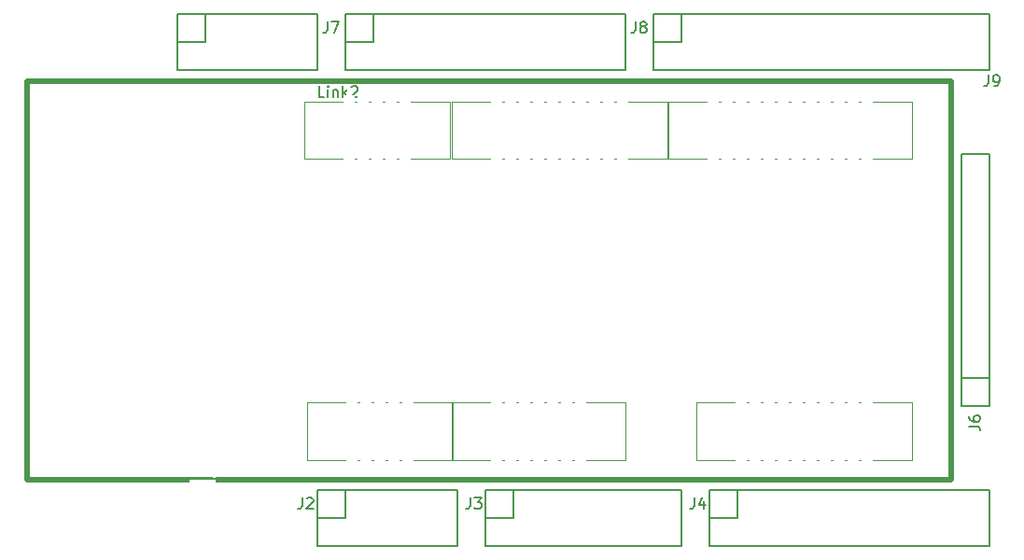
<source format=gto>
G04 #@! TF.FileFunction,Legend,Top*
%FSLAX46Y46*%
G04 Gerber Fmt 4.6, Leading zero omitted, Abs format (unit mm)*
G04 Created by KiCad (PCBNEW (after 2015-mar-04 BZR unknown)-product) date 2015年07月10日金曜日 08:04:20*
%MOMM*%
G01*
G04 APERTURE LIST*
%ADD10C,0.100000*%
%ADD11C,0.508000*%
%ADD12C,0.050000*%
%ADD13C,0.150000*%
%ADD14R,1.050000X2.550000*%
%ADD15C,3.250000*%
%ADD16C,1.924000*%
%ADD17R,1.924000X1.924000*%
%ADD18R,2.127200X2.127200*%
%ADD19O,2.127200X2.127200*%
%ADD20R,2.432000X2.127200*%
%ADD21O,2.432000X2.127200*%
G04 APERTURE END LIST*
D10*
D11*
X-13334600Y42926000D02*
X-13334600Y37211000D01*
X43815400Y6731000D02*
X-13334600Y6731000D01*
X-13334600Y6731000D02*
X-13334600Y37211000D01*
X55245400Y6731000D02*
X70485400Y6731000D01*
X70485400Y6731000D02*
X70485400Y9271000D01*
X36195400Y42926000D02*
X70485400Y42926000D01*
X70485400Y42926000D02*
X70485400Y25146000D01*
X-1269600Y42926000D02*
X36195400Y42926000D01*
X-9524600Y42926000D02*
X-13334600Y42926000D01*
X70485400Y9271000D02*
X70485400Y25146000D01*
X43815400Y6731000D02*
X55245400Y6731000D01*
X-9524600Y42926000D02*
X-1269600Y42926000D01*
D12*
X47375400Y11176000D02*
X47375400Y13776000D01*
X47375400Y8576000D02*
X47375400Y11176000D01*
X47371400Y13779500D02*
X63119400Y13779500D01*
X63119400Y8572500D02*
X47371400Y8572500D01*
X66925400Y13776000D02*
X66925400Y8576000D01*
X63119400Y13779500D02*
X66929400Y13779500D01*
X63119400Y8572500D02*
X66929400Y8572500D01*
X66925400Y13776000D02*
X66925400Y8576000D01*
X63119400Y35877500D02*
X66929400Y35877500D01*
X63119400Y41084500D02*
X66929400Y41084500D01*
X66925400Y41081000D02*
X66925400Y35881000D01*
X44700400Y41081000D02*
X44700400Y35881000D01*
X44835400Y38481000D02*
X44835400Y41081000D01*
X44835400Y35881000D02*
X44835400Y38481000D01*
X44831400Y41084500D02*
X60579400Y41084500D01*
X60579400Y35877500D02*
X44831400Y35877500D01*
X60579400Y41084500D02*
X64389400Y41084500D01*
X60579400Y35877500D02*
X64389400Y35877500D01*
X40894400Y35877500D02*
X44704400Y35877500D01*
X40894400Y41084500D02*
X44704400Y41084500D01*
X44700400Y41081000D02*
X44700400Y35881000D01*
X25150400Y11176000D02*
X25150400Y13776000D01*
X25150400Y8576000D02*
X25150400Y11176000D01*
X40890400Y13776000D02*
X40890400Y8576000D01*
X25146400Y13779500D02*
X40894400Y13779500D01*
X40894400Y8572500D02*
X25146400Y8572500D01*
X40894400Y35877500D02*
X25146400Y35877500D01*
X25146400Y41084500D02*
X40894400Y41084500D01*
X25150400Y35881000D02*
X25150400Y38481000D01*
X25150400Y38481000D02*
X25150400Y41081000D01*
X12069400Y8576000D02*
X12069400Y11176000D01*
X25269400Y8576000D02*
X12069400Y8576000D01*
X25269400Y13776000D02*
X25269400Y8576000D01*
X12069400Y13776000D02*
X25269400Y13776000D01*
X12069400Y11176000D02*
X12069400Y13776000D01*
X11815400Y38481000D02*
X11815400Y41081000D01*
X11815400Y41081000D02*
X25015400Y41081000D01*
X25015400Y41081000D02*
X25015400Y35881000D01*
X25015400Y35881000D02*
X11815400Y35881000D01*
X11815400Y35881000D02*
X11815400Y38481000D01*
D13*
X12954400Y762200D02*
X25654400Y762200D01*
X25654400Y762200D02*
X25654400Y5842200D01*
X25654400Y5842200D02*
X15494400Y5842200D01*
X12954400Y762200D02*
X12954400Y3302200D01*
X12954400Y5842200D02*
X15494400Y5842200D01*
X12954400Y3302200D02*
X15494400Y3302200D01*
X15494400Y3302200D02*
X15494400Y5842200D01*
X12954400Y5842200D02*
X12954400Y3302200D01*
X45974400Y762200D02*
X28194400Y762200D01*
X30734400Y5842200D02*
X45974400Y5842200D01*
X45974400Y762200D02*
X45974400Y5842200D01*
X28194400Y762200D02*
X28194400Y3302200D01*
X28194400Y5842200D02*
X30734400Y5842200D01*
X28194400Y3302200D02*
X30734400Y3302200D01*
X30734400Y3302200D02*
X30734400Y5842200D01*
X28194400Y5842200D02*
X28194400Y3302200D01*
X73914400Y762200D02*
X48514400Y762200D01*
X51054400Y5842200D02*
X73914400Y5842200D01*
X73914400Y762200D02*
X73914400Y5842200D01*
X48514400Y762200D02*
X48514400Y3302200D01*
X48514400Y5842200D02*
X51054400Y5842200D01*
X48514400Y3302200D02*
X51054400Y3302200D01*
X51054400Y3302200D02*
X51054400Y5842200D01*
X48514400Y5842200D02*
X48514400Y3302200D01*
X254400Y43942000D02*
X12954400Y43942000D01*
X12954400Y43942000D02*
X12954400Y49022000D01*
X12954400Y49022000D02*
X2794400Y49022000D01*
X254400Y43942000D02*
X254400Y46482000D01*
X254400Y49022000D02*
X2794400Y49022000D01*
X254400Y46482000D02*
X2794400Y46482000D01*
X2794400Y46482000D02*
X2794400Y49022000D01*
X254400Y49022000D02*
X254400Y46482000D01*
X40894400Y43942000D02*
X15494400Y43942000D01*
X18034400Y49022000D02*
X40894400Y49022000D01*
X40894400Y43942000D02*
X40894400Y49022000D01*
X15494400Y43942000D02*
X15494400Y46482000D01*
X15494400Y49022000D02*
X18034400Y49022000D01*
X15494400Y46482000D02*
X18034400Y46482000D01*
X18034400Y46482000D02*
X18034400Y49022000D01*
X15494400Y49022000D02*
X15494400Y46482000D01*
X73914400Y43942000D02*
X43434400Y43942000D01*
X45974400Y49022000D02*
X73914400Y49022000D01*
X73914400Y43942000D02*
X73914400Y49022000D01*
X43434400Y43942000D02*
X43434400Y46482000D01*
X43434400Y49022000D02*
X45974400Y49022000D01*
X43434400Y46482000D02*
X45974400Y46482000D01*
X45974400Y46482000D02*
X45974400Y49022000D01*
X43434400Y49022000D02*
X43434400Y46482000D01*
X73914400Y16002000D02*
X73914400Y36322000D01*
X73914400Y36322000D02*
X71374400Y36322000D01*
X71374400Y36322000D02*
X71374400Y16002000D01*
X73914400Y13462000D02*
X73914400Y16002000D01*
X73914400Y16002000D02*
X71374400Y16002000D01*
X73914400Y13462000D02*
X71374400Y13462000D01*
X71374400Y13462000D02*
X71374400Y16002000D01*
X13597496Y41457619D02*
X13121305Y41457619D01*
X13121305Y42457619D01*
X13930829Y41457619D02*
X13930829Y42124286D01*
X13930829Y42457619D02*
X13883210Y42410000D01*
X13930829Y42362381D01*
X13978448Y42410000D01*
X13930829Y42457619D01*
X13930829Y42362381D01*
X14407019Y42124286D02*
X14407019Y41457619D01*
X14407019Y42029048D02*
X14454638Y42076667D01*
X14549876Y42124286D01*
X14692734Y42124286D01*
X14787972Y42076667D01*
X14835591Y41981429D01*
X14835591Y41457619D01*
X15311781Y41457619D02*
X15311781Y42457619D01*
X15407019Y41838571D02*
X15692734Y41457619D01*
X15692734Y42124286D02*
X15311781Y41743333D01*
X16073686Y42362381D02*
X16121305Y42410000D01*
X16216543Y42457619D01*
X16454639Y42457619D01*
X16549877Y42410000D01*
X16597496Y42362381D01*
X16645115Y42267143D01*
X16645115Y42171905D01*
X16597496Y42029048D01*
X16026067Y41457619D01*
X16645115Y41457619D01*
X13890667Y48299619D02*
X13890667Y47585333D01*
X13843047Y47442476D01*
X13747809Y47347238D01*
X13604952Y47299619D01*
X13509714Y47299619D01*
X14271619Y48299619D02*
X14938286Y48299619D01*
X14509714Y47299619D01*
X47164667Y5119619D02*
X47164667Y4405333D01*
X47117047Y4262476D01*
X47021809Y4167238D01*
X46878952Y4119619D01*
X46783714Y4119619D01*
X48069429Y4786286D02*
X48069429Y4119619D01*
X47831333Y5167238D02*
X47593238Y4452952D01*
X48212286Y4452952D01*
X73834667Y43473619D02*
X73834667Y42759333D01*
X73787047Y42616476D01*
X73691809Y42521238D01*
X73548952Y42473619D01*
X73453714Y42473619D01*
X74358476Y42473619D02*
X74548952Y42473619D01*
X74644191Y42521238D01*
X74691810Y42568857D01*
X74787048Y42711714D01*
X74834667Y42902190D01*
X74834667Y43283143D01*
X74787048Y43378381D01*
X74739429Y43426000D01*
X74644191Y43473619D01*
X74453714Y43473619D01*
X74358476Y43426000D01*
X74310857Y43378381D01*
X74263238Y43283143D01*
X74263238Y43045048D01*
X74310857Y42949810D01*
X74358476Y42902190D01*
X74453714Y42854571D01*
X74644191Y42854571D01*
X74739429Y42902190D01*
X74787048Y42949810D01*
X74834667Y43045048D01*
X26844667Y5119619D02*
X26844667Y4405333D01*
X26797047Y4262476D01*
X26701809Y4167238D01*
X26558952Y4119619D01*
X26463714Y4119619D01*
X27225619Y5119619D02*
X27844667Y5119619D01*
X27511333Y4738667D01*
X27654191Y4738667D01*
X27749429Y4691048D01*
X27797048Y4643429D01*
X27844667Y4548190D01*
X27844667Y4310095D01*
X27797048Y4214857D01*
X27749429Y4167238D01*
X27654191Y4119619D01*
X27368476Y4119619D01*
X27273238Y4167238D01*
X27225619Y4214857D01*
X41830667Y48299619D02*
X41830667Y47585333D01*
X41783047Y47442476D01*
X41687809Y47347238D01*
X41544952Y47299619D01*
X41449714Y47299619D01*
X42449714Y47871048D02*
X42354476Y47918667D01*
X42306857Y47966286D01*
X42259238Y48061524D01*
X42259238Y48109143D01*
X42306857Y48204381D01*
X42354476Y48252000D01*
X42449714Y48299619D01*
X42640191Y48299619D01*
X42735429Y48252000D01*
X42783048Y48204381D01*
X42830667Y48109143D01*
X42830667Y48061524D01*
X42783048Y47966286D01*
X42735429Y47918667D01*
X42640191Y47871048D01*
X42449714Y47871048D01*
X42354476Y47823429D01*
X42306857Y47775810D01*
X42259238Y47680571D01*
X42259238Y47490095D01*
X42306857Y47394857D01*
X42354476Y47347238D01*
X42449714Y47299619D01*
X42640191Y47299619D01*
X42735429Y47347238D01*
X42783048Y47394857D01*
X42830667Y47490095D01*
X42830667Y47680571D01*
X42783048Y47775810D01*
X42735429Y47823429D01*
X42640191Y47871048D01*
X11604667Y5119619D02*
X11604667Y4405333D01*
X11557047Y4262476D01*
X11461809Y4167238D01*
X11318952Y4119619D01*
X11223714Y4119619D01*
X12033238Y5024381D02*
X12080857Y5072000D01*
X12176095Y5119619D01*
X12414191Y5119619D01*
X12509429Y5072000D01*
X12557048Y5024381D01*
X12604667Y4929143D01*
X12604667Y4833905D01*
X12557048Y4691048D01*
X11985619Y4119619D01*
X12604667Y4119619D01*
X72096381Y11604667D02*
X72810667Y11604667D01*
X72953524Y11557047D01*
X73048762Y11461809D01*
X73096381Y11318952D01*
X73096381Y11223714D01*
X72096381Y12509429D02*
X72096381Y12318952D01*
X72144000Y12223714D01*
X72191619Y12176095D01*
X72334476Y12080857D01*
X72524952Y12033238D01*
X72905905Y12033238D01*
X73001143Y12080857D01*
X73048762Y12128476D01*
X73096381Y12223714D01*
X73096381Y12414191D01*
X73048762Y12509429D01*
X73001143Y12557048D01*
X72905905Y12604667D01*
X72667810Y12604667D01*
X72572571Y12557048D01*
X72524952Y12509429D01*
X72477333Y12414191D01*
X72477333Y12223714D01*
X72524952Y12128476D01*
X72572571Y12080857D01*
X72667810Y12033238D01*
%LPC*%
D10*
G36*
X3073400Y18859014D02*
X3133725Y18851920D01*
X3261383Y18825891D01*
X3376221Y18780128D01*
X3476335Y18716044D01*
X3559823Y18635049D01*
X3624780Y18538557D01*
X3658054Y18462969D01*
X3674260Y18400509D01*
X3685745Y18321773D01*
X3692313Y18234042D01*
X3693768Y18144599D01*
X3689915Y18060722D01*
X3680558Y17989694D01*
X3671733Y17954776D01*
X3624118Y17849076D01*
X3554869Y17750622D01*
X3467393Y17662414D01*
X3365098Y17587455D01*
X3251392Y17528748D01*
X3148517Y17493918D01*
X3075703Y17480922D01*
X2987410Y17474169D01*
X2892785Y17473670D01*
X2800972Y17479437D01*
X2721118Y17491483D01*
X2712888Y17493324D01*
X2587672Y17534707D01*
X2475027Y17596350D01*
X2377132Y17676077D01*
X2296170Y17771706D01*
X2234320Y17881061D01*
X2193762Y18001960D01*
X2190888Y18014950D01*
X2175639Y18135942D01*
X2178366Y18261369D01*
X2198232Y18383693D01*
X2234395Y18495373D01*
X2247602Y18524271D01*
X2303674Y18610606D01*
X2379618Y18685814D01*
X2471170Y18746675D01*
X2574066Y18789971D01*
X2614125Y18800887D01*
X2692400Y18819147D01*
X2692400Y18670210D01*
X2692400Y18521273D01*
X2623356Y18492656D01*
X2561008Y18457652D01*
X2505131Y18409552D01*
X2462042Y18354795D01*
X2439434Y18305204D01*
X2429472Y18246986D01*
X2426917Y18178803D01*
X2431570Y18111989D01*
X2443232Y18057877D01*
X2443819Y18056199D01*
X2484921Y17977481D01*
X2546451Y17909130D01*
X2625039Y17852643D01*
X2717311Y17809515D01*
X2819895Y17781243D01*
X2929421Y17769323D01*
X3042516Y17775252D01*
X3068060Y17779191D01*
X3181442Y17808548D01*
X3275651Y17854161D01*
X3351399Y17916486D01*
X3409400Y17995977D01*
X3410317Y17997624D01*
X3429423Y18035023D01*
X3440751Y18067931D01*
X3446256Y18105504D01*
X3447892Y18156897D01*
X3447925Y18173700D01*
X3439689Y18273593D01*
X3414500Y18356850D01*
X3371263Y18426672D01*
X3355294Y18444759D01*
X3302933Y18486871D01*
X3236010Y18522248D01*
X3165314Y18545672D01*
X3135910Y18550834D01*
X3073400Y18558237D01*
X3073400Y18708626D01*
X3073400Y18859014D01*
X3073400Y18859014D01*
X3073400Y18859014D01*
G37*
X3073400Y18859014D02*
X3133725Y18851920D01*
X3261383Y18825891D01*
X3376221Y18780128D01*
X3476335Y18716044D01*
X3559823Y18635049D01*
X3624780Y18538557D01*
X3658054Y18462969D01*
X3674260Y18400509D01*
X3685745Y18321773D01*
X3692313Y18234042D01*
X3693768Y18144599D01*
X3689915Y18060722D01*
X3680558Y17989694D01*
X3671733Y17954776D01*
X3624118Y17849076D01*
X3554869Y17750622D01*
X3467393Y17662414D01*
X3365098Y17587455D01*
X3251392Y17528748D01*
X3148517Y17493918D01*
X3075703Y17480922D01*
X2987410Y17474169D01*
X2892785Y17473670D01*
X2800972Y17479437D01*
X2721118Y17491483D01*
X2712888Y17493324D01*
X2587672Y17534707D01*
X2475027Y17596350D01*
X2377132Y17676077D01*
X2296170Y17771706D01*
X2234320Y17881061D01*
X2193762Y18001960D01*
X2190888Y18014950D01*
X2175639Y18135942D01*
X2178366Y18261369D01*
X2198232Y18383693D01*
X2234395Y18495373D01*
X2247602Y18524271D01*
X2303674Y18610606D01*
X2379618Y18685814D01*
X2471170Y18746675D01*
X2574066Y18789971D01*
X2614125Y18800887D01*
X2692400Y18819147D01*
X2692400Y18670210D01*
X2692400Y18521273D01*
X2623356Y18492656D01*
X2561008Y18457652D01*
X2505131Y18409552D01*
X2462042Y18354795D01*
X2439434Y18305204D01*
X2429472Y18246986D01*
X2426917Y18178803D01*
X2431570Y18111989D01*
X2443232Y18057877D01*
X2443819Y18056199D01*
X2484921Y17977481D01*
X2546451Y17909130D01*
X2625039Y17852643D01*
X2717311Y17809515D01*
X2819895Y17781243D01*
X2929421Y17769323D01*
X3042516Y17775252D01*
X3068060Y17779191D01*
X3181442Y17808548D01*
X3275651Y17854161D01*
X3351399Y17916486D01*
X3409400Y17995977D01*
X3410317Y17997624D01*
X3429423Y18035023D01*
X3440751Y18067931D01*
X3446256Y18105504D01*
X3447892Y18156897D01*
X3447925Y18173700D01*
X3439689Y18273593D01*
X3414500Y18356850D01*
X3371263Y18426672D01*
X3355294Y18444759D01*
X3302933Y18486871D01*
X3236010Y18522248D01*
X3165314Y18545672D01*
X3135910Y18550834D01*
X3073400Y18558237D01*
X3073400Y18708626D01*
X3073400Y18859014D01*
X3073400Y18859014D01*
G36*
X3155294Y17170400D02*
X3169208Y17166832D01*
X3201250Y17157336D01*
X3245353Y17143727D01*
X3261065Y17138785D01*
X3380117Y17090007D01*
X3479913Y17024796D01*
X3560901Y16942750D01*
X3623528Y16843462D01*
X3646676Y16790913D01*
X3661291Y16737229D01*
X3672046Y16665649D01*
X3678688Y16583422D01*
X3680967Y16497794D01*
X3678631Y16416013D01*
X3671428Y16345326D01*
X3663486Y16306800D01*
X3629143Y16207725D01*
X3582497Y16121624D01*
X3518587Y16040096D01*
X3485388Y16005182D01*
X3399140Y15929324D01*
X3308286Y15872235D01*
X3208695Y15832376D01*
X3096234Y15808213D01*
X2966771Y15798208D01*
X2927350Y15797735D01*
X2825633Y15800519D01*
X2740464Y15810064D01*
X2663478Y15828156D01*
X2586315Y15856583D01*
X2529266Y15882832D01*
X2423119Y15947866D01*
X2334193Y16029115D01*
X2263025Y16123635D01*
X2210156Y16228486D01*
X2176125Y16340726D01*
X2161471Y16457414D01*
X2166733Y16575607D01*
X2192450Y16692366D01*
X2239163Y16804748D01*
X2307409Y16909811D01*
X2334980Y16942635D01*
X2415466Y17014767D01*
X2515328Y17073984D01*
X2609850Y17111563D01*
X2646112Y17120510D01*
X2699707Y17130495D01*
X2762666Y17140356D01*
X2827016Y17148926D01*
X2884789Y17155043D01*
X2924175Y17157479D01*
X2926201Y17145264D01*
X2928080Y17110268D01*
X2929765Y17055108D01*
X2931210Y16982405D01*
X2932367Y16894776D01*
X2932800Y16842218D01*
X2705100Y16842218D01*
X2663825Y16833309D01*
X2589740Y16806135D01*
X2521112Y16760462D01*
X2463763Y16701584D01*
X2423516Y16634793D01*
X2413019Y16605320D01*
X2403009Y16543771D01*
X2402194Y16471916D01*
X2409811Y16399701D01*
X2425099Y16337073D01*
X2435472Y16312283D01*
X2474286Y16255905D01*
X2529463Y16200787D01*
X2592813Y16154681D01*
X2615121Y16142250D01*
X2640739Y16128955D01*
X2660981Y16119741D01*
X2676479Y16116970D01*
X2687863Y16123005D01*
X2695764Y16140208D01*
X2700812Y16170941D01*
X2703640Y16217568D01*
X2704876Y16282450D01*
X2705152Y16367949D01*
X2705100Y16476429D01*
X2705100Y16479259D01*
X2705100Y16842218D01*
X2932800Y16842218D01*
X2933191Y16794839D01*
X2933635Y16685215D01*
X2933700Y16622836D01*
X2933700Y16087973D01*
X3006725Y16096473D01*
X3125995Y16118900D01*
X3225544Y16155986D01*
X3304855Y16207478D01*
X3361787Y16270692D01*
X3396597Y16327246D01*
X3418683Y16378445D01*
X3430634Y16433390D01*
X3435040Y16501182D01*
X3435279Y16529050D01*
X3434080Y16589476D01*
X3429546Y16633157D01*
X3420137Y16668681D01*
X3404313Y16704641D01*
X3403529Y16706201D01*
X3355229Y16776573D01*
X3291526Y16826771D01*
X3215897Y16855862D01*
X3149600Y16871610D01*
X3149600Y17021005D01*
X3150052Y17079212D01*
X3151284Y17126818D01*
X3153106Y17158865D01*
X3155294Y17170400D01*
X3155294Y17170400D01*
X3155294Y17170400D01*
G37*
X3155294Y17170400D02*
X3169208Y17166832D01*
X3201250Y17157336D01*
X3245353Y17143727D01*
X3261065Y17138785D01*
X3380117Y17090007D01*
X3479913Y17024796D01*
X3560901Y16942750D01*
X3623528Y16843462D01*
X3646676Y16790913D01*
X3661291Y16737229D01*
X3672046Y16665649D01*
X3678688Y16583422D01*
X3680967Y16497794D01*
X3678631Y16416013D01*
X3671428Y16345326D01*
X3663486Y16306800D01*
X3629143Y16207725D01*
X3582497Y16121624D01*
X3518587Y16040096D01*
X3485388Y16005182D01*
X3399140Y15929324D01*
X3308286Y15872235D01*
X3208695Y15832376D01*
X3096234Y15808213D01*
X2966771Y15798208D01*
X2927350Y15797735D01*
X2825633Y15800519D01*
X2740464Y15810064D01*
X2663478Y15828156D01*
X2586315Y15856583D01*
X2529266Y15882832D01*
X2423119Y15947866D01*
X2334193Y16029115D01*
X2263025Y16123635D01*
X2210156Y16228486D01*
X2176125Y16340726D01*
X2161471Y16457414D01*
X2166733Y16575607D01*
X2192450Y16692366D01*
X2239163Y16804748D01*
X2307409Y16909811D01*
X2334980Y16942635D01*
X2415466Y17014767D01*
X2515328Y17073984D01*
X2609850Y17111563D01*
X2646112Y17120510D01*
X2699707Y17130495D01*
X2762666Y17140356D01*
X2827016Y17148926D01*
X2884789Y17155043D01*
X2924175Y17157479D01*
X2926201Y17145264D01*
X2928080Y17110268D01*
X2929765Y17055108D01*
X2931210Y16982405D01*
X2932367Y16894776D01*
X2932800Y16842218D01*
X2705100Y16842218D01*
X2663825Y16833309D01*
X2589740Y16806135D01*
X2521112Y16760462D01*
X2463763Y16701584D01*
X2423516Y16634793D01*
X2413019Y16605320D01*
X2403009Y16543771D01*
X2402194Y16471916D01*
X2409811Y16399701D01*
X2425099Y16337073D01*
X2435472Y16312283D01*
X2474286Y16255905D01*
X2529463Y16200787D01*
X2592813Y16154681D01*
X2615121Y16142250D01*
X2640739Y16128955D01*
X2660981Y16119741D01*
X2676479Y16116970D01*
X2687863Y16123005D01*
X2695764Y16140208D01*
X2700812Y16170941D01*
X2703640Y16217568D01*
X2704876Y16282450D01*
X2705152Y16367949D01*
X2705100Y16476429D01*
X2705100Y16479259D01*
X2705100Y16842218D01*
X2932800Y16842218D01*
X2933191Y16794839D01*
X2933635Y16685215D01*
X2933700Y16622836D01*
X2933700Y16087973D01*
X3006725Y16096473D01*
X3125995Y16118900D01*
X3225544Y16155986D01*
X3304855Y16207478D01*
X3361787Y16270692D01*
X3396597Y16327246D01*
X3418683Y16378445D01*
X3430634Y16433390D01*
X3435040Y16501182D01*
X3435279Y16529050D01*
X3434080Y16589476D01*
X3429546Y16633157D01*
X3420137Y16668681D01*
X3404313Y16704641D01*
X3403529Y16706201D01*
X3355229Y16776573D01*
X3291526Y16826771D01*
X3215897Y16855862D01*
X3149600Y16871610D01*
X3149600Y17021005D01*
X3150052Y17079212D01*
X3151284Y17126818D01*
X3153106Y17158865D01*
X3155294Y17170400D01*
X3155294Y17170400D01*
G36*
X3657600Y6743700D02*
X3657600Y6584950D01*
X3657600Y6426200D01*
X3136900Y6426200D01*
X2616200Y6426200D01*
X2616200Y5899150D01*
X2616200Y5372100D01*
X3136900Y5372100D01*
X3657600Y5372100D01*
X3657600Y5213350D01*
X3657600Y5054600D01*
X2540000Y5054600D01*
X1422400Y5054600D01*
X1422400Y5213350D01*
X1422400Y5372100D01*
X1892300Y5372100D01*
X2362200Y5372100D01*
X2362200Y5899150D01*
X2362200Y6426200D01*
X1892300Y6426200D01*
X1422400Y6426200D01*
X1422400Y6584950D01*
X1422400Y6743700D01*
X2540000Y6743700D01*
X3657600Y6743700D01*
X3657600Y6743700D01*
X3657600Y6743700D01*
G37*
X3657600Y6743700D02*
X3657600Y6584950D01*
X3657600Y6426200D01*
X3136900Y6426200D01*
X2616200Y6426200D01*
X2616200Y5899150D01*
X2616200Y5372100D01*
X3136900Y5372100D01*
X3657600Y5372100D01*
X3657600Y5213350D01*
X3657600Y5054600D01*
X2540000Y5054600D01*
X1422400Y5054600D01*
X1422400Y5213350D01*
X1422400Y5372100D01*
X1892300Y5372100D01*
X2362200Y5372100D01*
X2362200Y5899150D01*
X2362200Y6426200D01*
X1892300Y6426200D01*
X1422400Y6426200D01*
X1422400Y6584950D01*
X1422400Y6743700D01*
X2540000Y6743700D01*
X3657600Y6743700D01*
X3657600Y6743700D01*
G36*
X3648075Y9055416D02*
X3651631Y9043387D01*
X3654540Y9010734D01*
X3656531Y8962231D01*
X3657330Y8902651D01*
X3657331Y8893175D01*
X3657062Y8731250D01*
X3323956Y8597099D01*
X2990850Y8462948D01*
X2990850Y8356600D01*
X2711042Y8356600D01*
X2697411Y8352304D01*
X2663654Y8340233D01*
X2612992Y8321611D01*
X2548646Y8297661D01*
X2473839Y8269607D01*
X2391790Y8238673D01*
X2305722Y8206082D01*
X2218855Y8173058D01*
X2134410Y8140825D01*
X2055610Y8110607D01*
X1985675Y8083626D01*
X1927826Y8061108D01*
X1885285Y8044276D01*
X1861273Y8034353D01*
X1857110Y8032198D01*
X1869334Y8027133D01*
X1902080Y8014386D01*
X1952089Y7995186D01*
X2016099Y7970766D01*
X2090849Y7942356D01*
X2173079Y7911189D01*
X2259527Y7878495D01*
X2346932Y7845506D01*
X2432033Y7813454D01*
X2511569Y7783568D01*
X2582279Y7757082D01*
X2640903Y7735225D01*
X2684178Y7719230D01*
X2708845Y7710328D01*
X2713329Y7708900D01*
X2714539Y7721038D01*
X2715626Y7755210D01*
X2716541Y7808047D01*
X2717239Y7876183D01*
X2717673Y7956251D01*
X2717800Y8032750D01*
X2717546Y8120439D01*
X2716833Y8199117D01*
X2715731Y8265417D01*
X2714309Y8315971D01*
X2712638Y8347412D01*
X2711042Y8356600D01*
X2990850Y8356600D01*
X2990850Y8033878D01*
X2990850Y7604808D01*
X3324225Y7469931D01*
X3657600Y7335054D01*
X3657600Y7171795D01*
X3657096Y7102805D01*
X3655343Y7055821D01*
X3651977Y7027467D01*
X3646636Y7014366D01*
X3640491Y7012643D01*
X3626445Y7017794D01*
X3590433Y7031609D01*
X3534117Y7053437D01*
X3459160Y7082627D01*
X3367227Y7118529D01*
X3259981Y7160490D01*
X3139084Y7207861D01*
X3006201Y7259990D01*
X2862994Y7316227D01*
X2711127Y7375920D01*
X2552263Y7438419D01*
X2510395Y7454900D01*
X1397408Y7893050D01*
X1397204Y8032951D01*
X1397000Y8172852D01*
X2517774Y8614292D01*
X2678529Y8677567D01*
X2832582Y8738122D01*
X2978292Y8795317D01*
X3114016Y8848510D01*
X3238112Y8897061D01*
X3348938Y8940330D01*
X3444853Y8977674D01*
X3524213Y9008454D01*
X3585376Y9032028D01*
X3626702Y9047755D01*
X3646546Y9054995D01*
X3648075Y9055416D01*
X3648075Y9055416D01*
X3648075Y9055416D01*
G37*
X3648075Y9055416D02*
X3651631Y9043387D01*
X3654540Y9010734D01*
X3656531Y8962231D01*
X3657330Y8902651D01*
X3657331Y8893175D01*
X3657062Y8731250D01*
X3323956Y8597099D01*
X2990850Y8462948D01*
X2990850Y8356600D01*
X2711042Y8356600D01*
X2697411Y8352304D01*
X2663654Y8340233D01*
X2612992Y8321611D01*
X2548646Y8297661D01*
X2473839Y8269607D01*
X2391790Y8238673D01*
X2305722Y8206082D01*
X2218855Y8173058D01*
X2134410Y8140825D01*
X2055610Y8110607D01*
X1985675Y8083626D01*
X1927826Y8061108D01*
X1885285Y8044276D01*
X1861273Y8034353D01*
X1857110Y8032198D01*
X1869334Y8027133D01*
X1902080Y8014386D01*
X1952089Y7995186D01*
X2016099Y7970766D01*
X2090849Y7942356D01*
X2173079Y7911189D01*
X2259527Y7878495D01*
X2346932Y7845506D01*
X2432033Y7813454D01*
X2511569Y7783568D01*
X2582279Y7757082D01*
X2640903Y7735225D01*
X2684178Y7719230D01*
X2708845Y7710328D01*
X2713329Y7708900D01*
X2714539Y7721038D01*
X2715626Y7755210D01*
X2716541Y7808047D01*
X2717239Y7876183D01*
X2717673Y7956251D01*
X2717800Y8032750D01*
X2717546Y8120439D01*
X2716833Y8199117D01*
X2715731Y8265417D01*
X2714309Y8315971D01*
X2712638Y8347412D01*
X2711042Y8356600D01*
X2990850Y8356600D01*
X2990850Y8033878D01*
X2990850Y7604808D01*
X3324225Y7469931D01*
X3657600Y7335054D01*
X3657600Y7171795D01*
X3657096Y7102805D01*
X3655343Y7055821D01*
X3651977Y7027467D01*
X3646636Y7014366D01*
X3640491Y7012643D01*
X3626445Y7017794D01*
X3590433Y7031609D01*
X3534117Y7053437D01*
X3459160Y7082627D01*
X3367227Y7118529D01*
X3259981Y7160490D01*
X3139084Y7207861D01*
X3006201Y7259990D01*
X2862994Y7316227D01*
X2711127Y7375920D01*
X2552263Y7438419D01*
X2510395Y7454900D01*
X1397408Y7893050D01*
X1397204Y8032951D01*
X1397000Y8172852D01*
X2517774Y8614292D01*
X2678529Y8677567D01*
X2832582Y8738122D01*
X2978292Y8795317D01*
X3114016Y8848510D01*
X3238112Y8897061D01*
X3348938Y8940330D01*
X3444853Y8977674D01*
X3524213Y9008454D01*
X3585376Y9032028D01*
X3626702Y9047755D01*
X3646546Y9054995D01*
X3648075Y9055416D01*
X3648075Y9055416D01*
G36*
X2123539Y11010679D02*
X2263915Y11000910D01*
X2389255Y10972534D01*
X2498624Y10926017D01*
X2591090Y10861826D01*
X2665718Y10780429D01*
X2703022Y10720775D01*
X2722605Y10682747D01*
X2726696Y10673686D01*
X2134627Y10673686D01*
X2101850Y10673589D01*
X2027035Y10672161D01*
X1972258Y10668342D01*
X1932220Y10661532D01*
X1901621Y10651130D01*
X1900967Y10650835D01*
X1836081Y10610622D01*
X1775359Y10553846D01*
X1727220Y10488984D01*
X1712763Y10461333D01*
X1704298Y10441784D01*
X1697555Y10422661D01*
X1692302Y10400849D01*
X1688309Y10373234D01*
X1685342Y10336702D01*
X1683170Y10288137D01*
X1681561Y10224427D01*
X1680284Y10142456D01*
X1679106Y10039110D01*
X1678747Y10004425D01*
X1674745Y9613900D01*
X2101839Y9613900D01*
X2528933Y9613900D01*
X2524569Y10010775D01*
X2523170Y10124335D01*
X2521624Y10215402D01*
X2519758Y10286882D01*
X2517399Y10341681D01*
X2514373Y10382706D01*
X2510507Y10412863D01*
X2505628Y10435059D01*
X2499563Y10452200D01*
X2498064Y10455557D01*
X2455853Y10522973D01*
X2396599Y10585568D01*
X2328410Y10634989D01*
X2318555Y10640411D01*
X2289125Y10654962D01*
X2262304Y10664603D01*
X2231806Y10670295D01*
X2191343Y10673002D01*
X2134627Y10673686D01*
X2726696Y10673686D01*
X2738630Y10647257D01*
X2751450Y10611292D01*
X2761422Y10571838D01*
X2768899Y10525879D01*
X2774237Y10470402D01*
X2777790Y10402394D01*
X2779913Y10318839D01*
X2780961Y10216723D01*
X2781289Y10093034D01*
X2781300Y10055731D01*
X2781300Y9613900D01*
X3219450Y9613900D01*
X3657600Y9613900D01*
X3657600Y9455150D01*
X3657600Y9296400D01*
X2540000Y9296400D01*
X1422400Y9296400D01*
X1422399Y9884281D01*
X1422533Y10028362D01*
X1422978Y10149328D01*
X1423800Y10249463D01*
X1425063Y10331052D01*
X1426834Y10396378D01*
X1429179Y10447726D01*
X1432162Y10487379D01*
X1435849Y10517622D01*
X1440305Y10540738D01*
X1441344Y10544895D01*
X1483984Y10662208D01*
X1546095Y10763907D01*
X1626521Y10849203D01*
X1724108Y10917309D01*
X1837703Y10967436D01*
X1966151Y10998798D01*
X2108299Y11010605D01*
X2123539Y11010679D01*
X2123539Y11010679D01*
X2123539Y11010679D01*
G37*
X2123539Y11010679D02*
X2263915Y11000910D01*
X2389255Y10972534D01*
X2498624Y10926017D01*
X2591090Y10861826D01*
X2665718Y10780429D01*
X2703022Y10720775D01*
X2722605Y10682747D01*
X2726696Y10673686D01*
X2134627Y10673686D01*
X2101850Y10673589D01*
X2027035Y10672161D01*
X1972258Y10668342D01*
X1932220Y10661532D01*
X1901621Y10651130D01*
X1900967Y10650835D01*
X1836081Y10610622D01*
X1775359Y10553846D01*
X1727220Y10488984D01*
X1712763Y10461333D01*
X1704298Y10441784D01*
X1697555Y10422661D01*
X1692302Y10400849D01*
X1688309Y10373234D01*
X1685342Y10336702D01*
X1683170Y10288137D01*
X1681561Y10224427D01*
X1680284Y10142456D01*
X1679106Y10039110D01*
X1678747Y10004425D01*
X1674745Y9613900D01*
X2101839Y9613900D01*
X2528933Y9613900D01*
X2524569Y10010775D01*
X2523170Y10124335D01*
X2521624Y10215402D01*
X2519758Y10286882D01*
X2517399Y10341681D01*
X2514373Y10382706D01*
X2510507Y10412863D01*
X2505628Y10435059D01*
X2499563Y10452200D01*
X2498064Y10455557D01*
X2455853Y10522973D01*
X2396599Y10585568D01*
X2328410Y10634989D01*
X2318555Y10640411D01*
X2289125Y10654962D01*
X2262304Y10664603D01*
X2231806Y10670295D01*
X2191343Y10673002D01*
X2134627Y10673686D01*
X2726696Y10673686D01*
X2738630Y10647257D01*
X2751450Y10611292D01*
X2761422Y10571838D01*
X2768899Y10525879D01*
X2774237Y10470402D01*
X2777790Y10402394D01*
X2779913Y10318839D01*
X2780961Y10216723D01*
X2781289Y10093034D01*
X2781300Y10055731D01*
X2781300Y9613900D01*
X3219450Y9613900D01*
X3657600Y9613900D01*
X3657600Y9455150D01*
X3657600Y9296400D01*
X2540000Y9296400D01*
X1422400Y9296400D01*
X1422399Y9884281D01*
X1422533Y10028362D01*
X1422978Y10149328D01*
X1423800Y10249463D01*
X1425063Y10331052D01*
X1426834Y10396378D01*
X1429179Y10447726D01*
X1432162Y10487379D01*
X1435849Y10517622D01*
X1440305Y10540738D01*
X1441344Y10544895D01*
X1483984Y10662208D01*
X1546095Y10763907D01*
X1626521Y10849203D01*
X1724108Y10917309D01*
X1837703Y10967436D01*
X1966151Y10998798D01*
X2108299Y11010605D01*
X2123539Y11010679D01*
X2123539Y11010679D01*
G36*
X3657600Y11874500D02*
X3657600Y11576050D01*
X3657600Y11277600D01*
X3511550Y11277600D01*
X3365500Y11277600D01*
X3365500Y11347450D01*
X3365500Y11417300D01*
X2540000Y11417300D01*
X1714500Y11417300D01*
X1714500Y11347450D01*
X1714500Y11277600D01*
X1568450Y11277600D01*
X1422400Y11277600D01*
X1422400Y11576050D01*
X1422400Y11874500D01*
X1568450Y11874500D01*
X1714500Y11874500D01*
X1714500Y11804650D01*
X1714500Y11734800D01*
X2540000Y11734800D01*
X3365500Y11734800D01*
X3365500Y11804650D01*
X3365500Y11874500D01*
X3511550Y11874500D01*
X3657600Y11874500D01*
X3657600Y11874500D01*
X3657600Y11874500D01*
G37*
X3657600Y11874500D02*
X3657600Y11576050D01*
X3657600Y11277600D01*
X3511550Y11277600D01*
X3365500Y11277600D01*
X3365500Y11347450D01*
X3365500Y11417300D01*
X2540000Y11417300D01*
X1714500Y11417300D01*
X1714500Y11347450D01*
X1714500Y11277600D01*
X1568450Y11277600D01*
X1422400Y11277600D01*
X1422400Y11576050D01*
X1422400Y11874500D01*
X1568450Y11874500D01*
X1714500Y11874500D01*
X1714500Y11804650D01*
X1714500Y11734800D01*
X2540000Y11734800D01*
X3365500Y11734800D01*
X3365500Y11804650D01*
X3365500Y11874500D01*
X3511550Y11874500D01*
X3657600Y11874500D01*
X3657600Y11874500D01*
G36*
X1676400Y15557500D02*
X1676400Y15182850D01*
X1676400Y14808200D01*
X2667000Y14808200D01*
X3657600Y14808200D01*
X3657600Y14649450D01*
X3657600Y14490700D01*
X2667000Y14490700D01*
X1676400Y14490700D01*
X1676400Y14122400D01*
X1676400Y13754100D01*
X1549400Y13754100D01*
X1422400Y13754100D01*
X1422400Y14655800D01*
X1422400Y15557500D01*
X1549400Y15557500D01*
X1676400Y15557500D01*
X1676400Y15557500D01*
X1676400Y15557500D01*
G37*
X1676400Y15557500D02*
X1676400Y15182850D01*
X1676400Y14808200D01*
X2667000Y14808200D01*
X3657600Y14808200D01*
X3657600Y14649450D01*
X3657600Y14490700D01*
X2667000Y14490700D01*
X1676400Y14490700D01*
X1676400Y14122400D01*
X1676400Y13754100D01*
X1549400Y13754100D01*
X1422400Y13754100D01*
X1422400Y14655800D01*
X1422400Y15557500D01*
X1549400Y15557500D01*
X1676400Y15557500D01*
X1676400Y15557500D01*
G36*
X3657600Y20472400D02*
X3657600Y20339569D01*
X3657600Y20206738D01*
X3121025Y20203044D01*
X2990080Y20202105D01*
X2882058Y20201172D01*
X2794482Y20200115D01*
X2724875Y20198803D01*
X2670761Y20197103D01*
X2629663Y20194885D01*
X2599104Y20192019D01*
X2576607Y20188372D01*
X2559696Y20183813D01*
X2545894Y20178212D01*
X2533650Y20171938D01*
X2473694Y20130885D01*
X2426619Y20081470D01*
X2401107Y20036598D01*
X2389972Y19983985D01*
X2388633Y19919623D01*
X2396541Y19854960D01*
X2412318Y19803233D01*
X2458190Y19729366D01*
X2526353Y19657829D01*
X2613697Y19591096D01*
X2717115Y19531639D01*
X2800402Y19494479D01*
X2896261Y19456400D01*
X3276930Y19456400D01*
X3657600Y19456400D01*
X3657600Y19316700D01*
X3657600Y19177000D01*
X2540000Y19177000D01*
X1422400Y19177000D01*
X1422400Y19316700D01*
X1422400Y19456400D01*
X1925664Y19456400D01*
X2428929Y19456400D01*
X2340302Y19549701D01*
X2261786Y19643564D01*
X2206842Y19736757D01*
X2174085Y19833332D01*
X2162131Y19937342D01*
X2169257Y20050344D01*
X2194776Y20166807D01*
X2237566Y20266170D01*
X2296979Y20347506D01*
X2372364Y20409886D01*
X2446533Y20446576D01*
X2464004Y20452716D01*
X2482238Y20457799D01*
X2503700Y20461924D01*
X2530856Y20465192D01*
X2566171Y20467701D01*
X2612109Y20469551D01*
X2671136Y20470842D01*
X2745716Y20471673D01*
X2838316Y20472143D01*
X2951400Y20472352D01*
X3086576Y20472400D01*
X3657600Y20472400D01*
X3657600Y20472400D01*
X3657600Y20472400D01*
G37*
X3657600Y20472400D02*
X3657600Y20339569D01*
X3657600Y20206738D01*
X3121025Y20203044D01*
X2990080Y20202105D01*
X2882058Y20201172D01*
X2794482Y20200115D01*
X2724875Y20198803D01*
X2670761Y20197103D01*
X2629663Y20194885D01*
X2599104Y20192019D01*
X2576607Y20188372D01*
X2559696Y20183813D01*
X2545894Y20178212D01*
X2533650Y20171938D01*
X2473694Y20130885D01*
X2426619Y20081470D01*
X2401107Y20036598D01*
X2389972Y19983985D01*
X2388633Y19919623D01*
X2396541Y19854960D01*
X2412318Y19803233D01*
X2458190Y19729366D01*
X2526353Y19657829D01*
X2613697Y19591096D01*
X2717115Y19531639D01*
X2800402Y19494479D01*
X2896261Y19456400D01*
X3276930Y19456400D01*
X3657600Y19456400D01*
X3657600Y19316700D01*
X3657600Y19177000D01*
X2540000Y19177000D01*
X1422400Y19177000D01*
X1422400Y19316700D01*
X1422400Y19456400D01*
X1925664Y19456400D01*
X2428929Y19456400D01*
X2340302Y19549701D01*
X2261786Y19643564D01*
X2206842Y19736757D01*
X2174085Y19833332D01*
X2162131Y19937342D01*
X2169257Y20050344D01*
X2194776Y20166807D01*
X2237566Y20266170D01*
X2296979Y20347506D01*
X2372364Y20409886D01*
X2446533Y20446576D01*
X2464004Y20452716D01*
X2482238Y20457799D01*
X2503700Y20461924D01*
X2530856Y20465192D01*
X2566171Y20467701D01*
X2612109Y20469551D01*
X2671136Y20470842D01*
X2745716Y20471673D01*
X2838316Y20472143D01*
X2951400Y20472352D01*
X3086576Y20472400D01*
X3657600Y20472400D01*
X3657600Y20472400D01*
G36*
X3644900Y4457700D02*
X3644900Y3885921D01*
X3038475Y3885921D01*
X3025995Y3885000D01*
X3017807Y3879009D01*
X3013007Y3863538D01*
X3010692Y3834179D01*
X3010319Y3810000D01*
X2778037Y3810000D01*
X2765609Y3805670D01*
X2734863Y3794031D01*
X2691105Y3777108D01*
X2661550Y3765550D01*
X2610933Y3746286D01*
X2568428Y3731230D01*
X2540091Y3722474D01*
X2532753Y3721100D01*
X2515431Y3716675D01*
X2479720Y3704624D01*
X2430806Y3686778D01*
X2373874Y3664971D01*
X2373015Y3664635D01*
X2228850Y3608170D01*
X2505075Y3607485D01*
X2781300Y3606800D01*
X2781300Y3708400D01*
X2780924Y3755586D01*
X2779926Y3791117D01*
X2778498Y3808982D01*
X2778037Y3810000D01*
X3010319Y3810000D01*
X3009957Y3786524D01*
X3009900Y3746500D01*
X3009900Y3606800D01*
X3160962Y3606800D01*
X3312025Y3606800D01*
X3302173Y3650481D01*
X3288222Y3692113D01*
X3267714Y3733933D01*
X3266203Y3736423D01*
X3240432Y3772722D01*
X3212858Y3804199D01*
X3210717Y3806253D01*
X3175822Y3831846D01*
X3129845Y3856635D01*
X3082620Y3876071D01*
X3043982Y3885604D01*
X3038475Y3885921D01*
X3644900Y3885921D01*
X3644900Y3517900D01*
X3644900Y3429000D01*
X3162300Y3429000D01*
X3009900Y3429000D01*
X2781300Y3429000D01*
X2505075Y3428338D01*
X2228850Y3427676D01*
X2355850Y3377277D01*
X2413393Y3355064D01*
X2466896Y3335511D01*
X2509064Y3321229D01*
X2527300Y3315920D01*
X2559968Y3306322D01*
X2607512Y3290498D01*
X2661127Y3271412D01*
X2676525Y3265700D01*
X2781300Y3226438D01*
X2781300Y3327719D01*
X2781300Y3429000D01*
X3009900Y3429000D01*
X3009900Y3289300D01*
X3010114Y3228288D01*
X3011358Y3188263D01*
X3014537Y3164811D01*
X3020554Y3153517D01*
X3030311Y3149970D01*
X3038475Y3149724D01*
X3080408Y3158254D01*
X3131203Y3180352D01*
X3182169Y3211228D01*
X3224615Y3246092D01*
X3236067Y3258614D01*
X3263775Y3298980D01*
X3289300Y3347360D01*
X3307678Y3393464D01*
X3313697Y3419475D01*
X3302220Y3423149D01*
X3270209Y3426165D01*
X3222531Y3428217D01*
X3164049Y3428999D01*
X3162300Y3429000D01*
X3644900Y3429000D01*
X3644900Y2578100D01*
X3480433Y2578100D01*
X3315967Y2578100D01*
X3312158Y2649722D01*
X3308350Y2721345D01*
X3073400Y2814342D01*
X2838450Y2907340D01*
X2613025Y2907820D01*
X2387600Y2908300D01*
X2387600Y2743200D01*
X2387600Y2578100D01*
X2222718Y2578100D01*
X2057836Y2578100D01*
X2054443Y2897250D01*
X2051050Y3216400D01*
X1825625Y3305358D01*
X1743898Y3338505D01*
X1678555Y3366872D01*
X1631674Y3389480D01*
X1605329Y3405349D01*
X1600199Y3411658D01*
X1589204Y3425090D01*
X1568450Y3429000D01*
X1546978Y3425678D01*
X1538188Y3410734D01*
X1536700Y3384550D01*
X1535479Y3357237D01*
X1527211Y3344304D01*
X1504981Y3340374D01*
X1479550Y3340100D01*
X1422400Y3340100D01*
X1422400Y3517900D01*
X1422867Y3590721D01*
X1424492Y3641533D01*
X1427605Y3673715D01*
X1432539Y3690643D01*
X1439625Y3695696D01*
X1439862Y3695700D01*
X1464255Y3698087D01*
X1497012Y3703637D01*
X1523242Y3707248D01*
X1534269Y3699462D01*
X1536674Y3673961D01*
X1536700Y3665537D01*
X1538938Y3634742D01*
X1548913Y3621853D01*
X1567391Y3619500D01*
X1592568Y3624172D01*
X1602370Y3632361D01*
X1615020Y3640836D01*
X1647639Y3656690D01*
X1696459Y3678259D01*
X1757714Y3703882D01*
X1827636Y3731893D01*
X1828853Y3732371D01*
X2051050Y3819518D01*
X2054443Y4138609D01*
X2057836Y4457700D01*
X2222718Y4457700D01*
X2387600Y4457700D01*
X2387600Y4292600D01*
X2387600Y4127500D01*
X2608893Y4127500D01*
X2830186Y4127500D01*
X3069268Y4221060D01*
X3308350Y4314620D01*
X3312158Y4386160D01*
X3315967Y4457700D01*
X3480433Y4457700D01*
X3644900Y4457700D01*
X3644900Y4457700D01*
X3644900Y4457700D01*
G37*
X3644900Y4457700D02*
X3644900Y3885921D01*
X3038475Y3885921D01*
X3025995Y3885000D01*
X3017807Y3879009D01*
X3013007Y3863538D01*
X3010692Y3834179D01*
X3010319Y3810000D01*
X2778037Y3810000D01*
X2765609Y3805670D01*
X2734863Y3794031D01*
X2691105Y3777108D01*
X2661550Y3765550D01*
X2610933Y3746286D01*
X2568428Y3731230D01*
X2540091Y3722474D01*
X2532753Y3721100D01*
X2515431Y3716675D01*
X2479720Y3704624D01*
X2430806Y3686778D01*
X2373874Y3664971D01*
X2373015Y3664635D01*
X2228850Y3608170D01*
X2505075Y3607485D01*
X2781300Y3606800D01*
X2781300Y3708400D01*
X2780924Y3755586D01*
X2779926Y3791117D01*
X2778498Y3808982D01*
X2778037Y3810000D01*
X3010319Y3810000D01*
X3009957Y3786524D01*
X3009900Y3746500D01*
X3009900Y3606800D01*
X3160962Y3606800D01*
X3312025Y3606800D01*
X3302173Y3650481D01*
X3288222Y3692113D01*
X3267714Y3733933D01*
X3266203Y3736423D01*
X3240432Y3772722D01*
X3212858Y3804199D01*
X3210717Y3806253D01*
X3175822Y3831846D01*
X3129845Y3856635D01*
X3082620Y3876071D01*
X3043982Y3885604D01*
X3038475Y3885921D01*
X3644900Y3885921D01*
X3644900Y3517900D01*
X3644900Y3429000D01*
X3162300Y3429000D01*
X3009900Y3429000D01*
X2781300Y3429000D01*
X2505075Y3428338D01*
X2228850Y3427676D01*
X2355850Y3377277D01*
X2413393Y3355064D01*
X2466896Y3335511D01*
X2509064Y3321229D01*
X2527300Y3315920D01*
X2559968Y3306322D01*
X2607512Y3290498D01*
X2661127Y3271412D01*
X2676525Y3265700D01*
X2781300Y3226438D01*
X2781300Y3327719D01*
X2781300Y3429000D01*
X3009900Y3429000D01*
X3009900Y3289300D01*
X3010114Y3228288D01*
X3011358Y3188263D01*
X3014537Y3164811D01*
X3020554Y3153517D01*
X3030311Y3149970D01*
X3038475Y3149724D01*
X3080408Y3158254D01*
X3131203Y3180352D01*
X3182169Y3211228D01*
X3224615Y3246092D01*
X3236067Y3258614D01*
X3263775Y3298980D01*
X3289300Y3347360D01*
X3307678Y3393464D01*
X3313697Y3419475D01*
X3302220Y3423149D01*
X3270209Y3426165D01*
X3222531Y3428217D01*
X3164049Y3428999D01*
X3162300Y3429000D01*
X3644900Y3429000D01*
X3644900Y2578100D01*
X3480433Y2578100D01*
X3315967Y2578100D01*
X3312158Y2649722D01*
X3308350Y2721345D01*
X3073400Y2814342D01*
X2838450Y2907340D01*
X2613025Y2907820D01*
X2387600Y2908300D01*
X2387600Y2743200D01*
X2387600Y2578100D01*
X2222718Y2578100D01*
X2057836Y2578100D01*
X2054443Y2897250D01*
X2051050Y3216400D01*
X1825625Y3305358D01*
X1743898Y3338505D01*
X1678555Y3366872D01*
X1631674Y3389480D01*
X1605329Y3405349D01*
X1600199Y3411658D01*
X1589204Y3425090D01*
X1568450Y3429000D01*
X1546978Y3425678D01*
X1538188Y3410734D01*
X1536700Y3384550D01*
X1535479Y3357237D01*
X1527211Y3344304D01*
X1504981Y3340374D01*
X1479550Y3340100D01*
X1422400Y3340100D01*
X1422400Y3517900D01*
X1422867Y3590721D01*
X1424492Y3641533D01*
X1427605Y3673715D01*
X1432539Y3690643D01*
X1439625Y3695696D01*
X1439862Y3695700D01*
X1464255Y3698087D01*
X1497012Y3703637D01*
X1523242Y3707248D01*
X1534269Y3699462D01*
X1536674Y3673961D01*
X1536700Y3665537D01*
X1538938Y3634742D01*
X1548913Y3621853D01*
X1567391Y3619500D01*
X1592568Y3624172D01*
X1602370Y3632361D01*
X1615020Y3640836D01*
X1647639Y3656690D01*
X1696459Y3678259D01*
X1757714Y3703882D01*
X1827636Y3731893D01*
X1828853Y3732371D01*
X2051050Y3819518D01*
X2054443Y4138609D01*
X2057836Y4457700D01*
X2222718Y4457700D01*
X2387600Y4457700D01*
X2387600Y4292600D01*
X2387600Y4127500D01*
X2608893Y4127500D01*
X2830186Y4127500D01*
X3069268Y4221060D01*
X3308350Y4314620D01*
X3312158Y4386160D01*
X3315967Y4457700D01*
X3480433Y4457700D01*
X3644900Y4457700D01*
X3644900Y4457700D01*
G36*
X2641600Y2425324D02*
X2778812Y2416842D01*
X2900443Y2390405D01*
X3004733Y2346836D01*
X2615500Y2346836D01*
X2491804Y2331433D01*
X2376838Y2295559D01*
X2272147Y2241363D01*
X2179282Y2170993D01*
X2099791Y2086598D01*
X2035221Y1990325D01*
X1987121Y1884325D01*
X1957040Y1770745D01*
X1946525Y1651733D01*
X1957126Y1529439D01*
X1990391Y1406011D01*
X2021287Y1333500D01*
X2060943Y1268403D01*
X2116174Y1199398D01*
X2180708Y1132825D01*
X2248271Y1075021D01*
X2312591Y1032325D01*
X2326323Y1025282D01*
X2446615Y980476D01*
X2571697Y957532D01*
X2697678Y956055D01*
X2820666Y975651D01*
X2936768Y1015927D01*
X3042093Y1076489D01*
X3073933Y1100950D01*
X3170386Y1195967D01*
X3245891Y1303515D01*
X3299548Y1421055D01*
X3330457Y1546046D01*
X3337716Y1675947D01*
X3322053Y1800821D01*
X3283550Y1921938D01*
X3223653Y2032877D01*
X3145118Y2131056D01*
X3050702Y2213898D01*
X2943161Y2278820D01*
X2825252Y2323245D01*
X2746375Y2339620D01*
X2615500Y2346836D01*
X3004733Y2346836D01*
X3010249Y2344532D01*
X3111984Y2277736D01*
X3189449Y2208871D01*
X3243483Y2152099D01*
X3283759Y2100991D01*
X3317049Y2046253D01*
X3337530Y2005620D01*
X3362590Y1948818D01*
X3384540Y1891351D01*
X3399658Y1843205D01*
X3402455Y1831349D01*
X3410461Y1771688D01*
X3414352Y1696940D01*
X3414236Y1616179D01*
X3410224Y1538478D01*
X3402423Y1472911D01*
X3397894Y1450555D01*
X3356565Y1331529D01*
X3292318Y1217177D01*
X3207631Y1111744D01*
X3188751Y1092391D01*
X3094405Y1009938D01*
X2997185Y948891D01*
X2892562Y907462D01*
X2776004Y883861D01*
X2642983Y876300D01*
X2641600Y876300D01*
X2504973Y884495D01*
X2384391Y910054D01*
X2276093Y954431D01*
X2176320Y1019082D01*
X2100686Y1085814D01*
X2008531Y1192033D01*
X1940110Y1305888D01*
X1894836Y1428920D01*
X1872118Y1562668D01*
X1870218Y1688398D01*
X1881142Y1803675D01*
X1903546Y1902963D01*
X1939844Y1994001D01*
X1992449Y2084527D01*
X1994864Y2088154D01*
X2082579Y2198921D01*
X2182851Y2287639D01*
X2295784Y2354362D01*
X2421483Y2399144D01*
X2560054Y2422040D01*
X2641600Y2425324D01*
X2641600Y2425324D01*
X2641600Y2425324D01*
G37*
X2641600Y2425324D02*
X2778812Y2416842D01*
X2900443Y2390405D01*
X3004733Y2346836D01*
X2615500Y2346836D01*
X2491804Y2331433D01*
X2376838Y2295559D01*
X2272147Y2241363D01*
X2179282Y2170993D01*
X2099791Y2086598D01*
X2035221Y1990325D01*
X1987121Y1884325D01*
X1957040Y1770745D01*
X1946525Y1651733D01*
X1957126Y1529439D01*
X1990391Y1406011D01*
X2021287Y1333500D01*
X2060943Y1268403D01*
X2116174Y1199398D01*
X2180708Y1132825D01*
X2248271Y1075021D01*
X2312591Y1032325D01*
X2326323Y1025282D01*
X2446615Y980476D01*
X2571697Y957532D01*
X2697678Y956055D01*
X2820666Y975651D01*
X2936768Y1015927D01*
X3042093Y1076489D01*
X3073933Y1100950D01*
X3170386Y1195967D01*
X3245891Y1303515D01*
X3299548Y1421055D01*
X3330457Y1546046D01*
X3337716Y1675947D01*
X3322053Y1800821D01*
X3283550Y1921938D01*
X3223653Y2032877D01*
X3145118Y2131056D01*
X3050702Y2213898D01*
X2943161Y2278820D01*
X2825252Y2323245D01*
X2746375Y2339620D01*
X2615500Y2346836D01*
X3004733Y2346836D01*
X3010249Y2344532D01*
X3111984Y2277736D01*
X3189449Y2208871D01*
X3243483Y2152099D01*
X3283759Y2100991D01*
X3317049Y2046253D01*
X3337530Y2005620D01*
X3362590Y1948818D01*
X3384540Y1891351D01*
X3399658Y1843205D01*
X3402455Y1831349D01*
X3410461Y1771688D01*
X3414352Y1696940D01*
X3414236Y1616179D01*
X3410224Y1538478D01*
X3402423Y1472911D01*
X3397894Y1450555D01*
X3356565Y1331529D01*
X3292318Y1217177D01*
X3207631Y1111744D01*
X3188751Y1092391D01*
X3094405Y1009938D01*
X2997185Y948891D01*
X2892562Y907462D01*
X2776004Y883861D01*
X2642983Y876300D01*
X2641600Y876300D01*
X2504973Y884495D01*
X2384391Y910054D01*
X2276093Y954431D01*
X2176320Y1019082D01*
X2100686Y1085814D01*
X2008531Y1192033D01*
X1940110Y1305888D01*
X1894836Y1428920D01*
X1872118Y1562668D01*
X1870218Y1688398D01*
X1881142Y1803675D01*
X1903546Y1902963D01*
X1939844Y1994001D01*
X1992449Y2084527D01*
X1994864Y2088154D01*
X2082579Y2198921D01*
X2182851Y2287639D01*
X2295784Y2354362D01*
X2421483Y2399144D01*
X2560054Y2422040D01*
X2641600Y2425324D01*
X2641600Y2425324D01*
G36*
X2616200Y13576300D02*
X2616200Y12827000D01*
X2616200Y12077700D01*
X2508250Y12077700D01*
X2400300Y12077700D01*
X2400300Y12827000D01*
X2400300Y13576300D01*
X2508250Y13576300D01*
X2616200Y13576300D01*
X2616200Y13576300D01*
X2616200Y13576300D01*
G37*
X2616200Y13576300D02*
X2616200Y12827000D01*
X2616200Y12077700D01*
X2508250Y12077700D01*
X2400300Y12077700D01*
X2400300Y12827000D01*
X2400300Y13576300D01*
X2508250Y13576300D01*
X2616200Y13576300D01*
X2616200Y13576300D01*
G36*
X2755900Y2105783D02*
X2809875Y2099536D01*
X2914118Y2077849D01*
X3007689Y2039302D01*
X3084800Y1986297D01*
X3086380Y1984886D01*
X3142726Y1926274D01*
X3180512Y1865334D01*
X3204943Y1792719D01*
X3211943Y1759389D01*
X3222899Y1675405D01*
X3221500Y1599707D01*
X3212574Y1541065D01*
X3182315Y1451497D01*
X3130204Y1370116D01*
X3059139Y1299392D01*
X2972014Y1241794D01*
X2871727Y1199789D01*
X2788844Y1179875D01*
X2694508Y1170881D01*
X2591614Y1172560D01*
X2490820Y1184188D01*
X2402787Y1205043D01*
X2398943Y1206304D01*
X2310795Y1245511D01*
X2231073Y1299743D01*
X2164337Y1364773D01*
X2115147Y1436375D01*
X2093162Y1489609D01*
X2081876Y1549688D01*
X2077232Y1623633D01*
X2079045Y1701535D01*
X2087127Y1773486D01*
X2099483Y1824615D01*
X2140307Y1904802D01*
X2201301Y1973294D01*
X2278860Y2027328D01*
X2369377Y2064143D01*
X2428875Y2076886D01*
X2489200Y2085684D01*
X2489200Y1995342D01*
X2488653Y1948356D01*
X2485863Y1921297D01*
X2479100Y1908695D01*
X2466636Y1905082D01*
X2460625Y1904929D01*
X2384595Y1893942D01*
X2320887Y1863853D01*
X2270627Y1818360D01*
X2234940Y1761161D01*
X2214955Y1695953D01*
X2211798Y1626434D01*
X2226595Y1556303D01*
X2260473Y1489257D01*
X2314558Y1428994D01*
X2315397Y1428274D01*
X2384635Y1382451D01*
X2468139Y1352262D01*
X2568309Y1337098D01*
X2678433Y1335941D01*
X2744006Y1339496D01*
X2792396Y1344945D01*
X2831820Y1353963D01*
X2870492Y1368229D01*
X2898688Y1380909D01*
X2975119Y1427266D01*
X3029767Y1485401D01*
X3064272Y1557267D01*
X3072218Y1587521D01*
X3079474Y1673889D01*
X3063909Y1751632D01*
X3027340Y1818304D01*
X2971583Y1871455D01*
X2898454Y1908638D01*
X2820861Y1926244D01*
X2755900Y1933937D01*
X2755900Y2019860D01*
X2755900Y2105783D01*
X2755900Y2105783D01*
X2755900Y2105783D01*
G37*
X2755900Y2105783D02*
X2809875Y2099536D01*
X2914118Y2077849D01*
X3007689Y2039302D01*
X3084800Y1986297D01*
X3086380Y1984886D01*
X3142726Y1926274D01*
X3180512Y1865334D01*
X3204943Y1792719D01*
X3211943Y1759389D01*
X3222899Y1675405D01*
X3221500Y1599707D01*
X3212574Y1541065D01*
X3182315Y1451497D01*
X3130204Y1370116D01*
X3059139Y1299392D01*
X2972014Y1241794D01*
X2871727Y1199789D01*
X2788844Y1179875D01*
X2694508Y1170881D01*
X2591614Y1172560D01*
X2490820Y1184188D01*
X2402787Y1205043D01*
X2398943Y1206304D01*
X2310795Y1245511D01*
X2231073Y1299743D01*
X2164337Y1364773D01*
X2115147Y1436375D01*
X2093162Y1489609D01*
X2081876Y1549688D01*
X2077232Y1623633D01*
X2079045Y1701535D01*
X2087127Y1773486D01*
X2099483Y1824615D01*
X2140307Y1904802D01*
X2201301Y1973294D01*
X2278860Y2027328D01*
X2369377Y2064143D01*
X2428875Y2076886D01*
X2489200Y2085684D01*
X2489200Y1995342D01*
X2488653Y1948356D01*
X2485863Y1921297D01*
X2479100Y1908695D01*
X2466636Y1905082D01*
X2460625Y1904929D01*
X2384595Y1893942D01*
X2320887Y1863853D01*
X2270627Y1818360D01*
X2234940Y1761161D01*
X2214955Y1695953D01*
X2211798Y1626434D01*
X2226595Y1556303D01*
X2260473Y1489257D01*
X2314558Y1428994D01*
X2315397Y1428274D01*
X2384635Y1382451D01*
X2468139Y1352262D01*
X2568309Y1337098D01*
X2678433Y1335941D01*
X2744006Y1339496D01*
X2792396Y1344945D01*
X2831820Y1353963D01*
X2870492Y1368229D01*
X2898688Y1380909D01*
X2975119Y1427266D01*
X3029767Y1485401D01*
X3064272Y1557267D01*
X3072218Y1587521D01*
X3079474Y1673889D01*
X3063909Y1751632D01*
X3027340Y1818304D01*
X2971583Y1871455D01*
X2898454Y1908638D01*
X2820861Y1926244D01*
X2755900Y1933937D01*
X2755900Y2019860D01*
X2755900Y2105783D01*
X2755900Y2105783D01*
D14*
X51435400Y13081000D03*
X51435400Y9271000D03*
X52705400Y13081000D03*
X52705400Y9271000D03*
X53975400Y13081000D03*
X53975400Y9271000D03*
X55245400Y13081000D03*
X55245400Y9271000D03*
X56515400Y13081000D03*
X56515400Y9271000D03*
X59055400Y9271000D03*
X59055400Y13081000D03*
X57785400Y9271000D03*
X57785400Y13081000D03*
X61595400Y13081000D03*
X61595400Y9271000D03*
X62865400Y13081000D03*
X62865400Y9271000D03*
X60325400Y9271000D03*
X60325400Y13081000D03*
X62865400Y36576000D03*
X62865400Y40386000D03*
X61595400Y36576000D03*
X61595400Y40386000D03*
X48895400Y40386000D03*
X48895400Y36576000D03*
X50165400Y40386000D03*
X50165400Y36576000D03*
X51435400Y40386000D03*
X51435400Y36576000D03*
X52705400Y40386000D03*
X52705400Y36576000D03*
X53975400Y40386000D03*
X53975400Y36576000D03*
X56515400Y36576000D03*
X56515400Y40386000D03*
X55245400Y36576000D03*
X55245400Y40386000D03*
X59055400Y40386000D03*
X59055400Y36576000D03*
X60325400Y40386000D03*
X60325400Y36576000D03*
X57785400Y36576000D03*
X57785400Y40386000D03*
X38100400Y40386000D03*
X38100400Y36576000D03*
X40640400Y36576000D03*
X40640400Y40386000D03*
X39370400Y36576000D03*
X39370400Y40386000D03*
X29210400Y13081000D03*
X29210400Y9271000D03*
X30480400Y13081000D03*
X30480400Y9271000D03*
X31750400Y13081000D03*
X31750400Y9271000D03*
X33020400Y13081000D03*
X33020400Y9271000D03*
X34290400Y13081000D03*
X34290400Y9271000D03*
X36830400Y9271000D03*
X36830400Y13081000D03*
X35560400Y9271000D03*
X35560400Y13081000D03*
X35560400Y40386000D03*
X35560400Y36576000D03*
X36830400Y40386000D03*
X36830400Y36576000D03*
X34290400Y36576000D03*
X34290400Y40386000D03*
X33020400Y36576000D03*
X33020400Y40386000D03*
X31750400Y36576000D03*
X31750400Y40386000D03*
X30480400Y36576000D03*
X30480400Y40386000D03*
X29210400Y36576000D03*
X29210400Y40386000D03*
X21209400Y9271000D03*
X21209400Y13081000D03*
X19939400Y9271000D03*
X19939400Y13081000D03*
X18669400Y9271000D03*
X18669400Y13081000D03*
X17399400Y9271000D03*
X17399400Y13081000D03*
X16129400Y9271000D03*
X16129400Y13081000D03*
X15875400Y40386000D03*
X15875400Y36576000D03*
X17145400Y40386000D03*
X17145400Y36576000D03*
X18415400Y40386000D03*
X18415400Y36576000D03*
X19685400Y40386000D03*
X19685400Y36576000D03*
X20955400Y40386000D03*
X20955400Y36576000D03*
D15*
X-9524600Y37211000D03*
X43815400Y9271000D03*
D16*
X69215400Y35941000D03*
X69215400Y33401000D03*
X69215400Y30861000D03*
X69215400Y28321000D03*
X69215400Y25781000D03*
X69215400Y23241000D03*
X69215400Y20701000D03*
X69215400Y18161000D03*
D17*
X69215400Y15621000D03*
D18*
X14224400Y4572200D03*
D19*
X14224400Y2032200D03*
X16764400Y4572200D03*
X16764400Y2032200D03*
X19304400Y4572200D03*
X19304400Y2032200D03*
X21844400Y4572200D03*
X21844400Y2032200D03*
X24384400Y4572200D03*
X24384400Y2032200D03*
D18*
X29464400Y4572200D03*
D19*
X29464400Y2032200D03*
X32004400Y4572200D03*
X32004400Y2032200D03*
X34544400Y4572200D03*
X34544400Y2032200D03*
X37084400Y4572200D03*
X37084400Y2032200D03*
X39624400Y4572200D03*
X39624400Y2032200D03*
X42164400Y4572200D03*
X42164400Y2032200D03*
X44704400Y4572200D03*
X44704400Y2032200D03*
D18*
X49784400Y4572200D03*
D19*
X49784400Y2032200D03*
X52324400Y4572200D03*
X52324400Y2032200D03*
X54864400Y4572200D03*
X54864400Y2032200D03*
X57404400Y4572200D03*
X57404400Y2032200D03*
X59944400Y4572200D03*
X59944400Y2032200D03*
X62484400Y4572200D03*
X62484400Y2032200D03*
X65024400Y4572200D03*
X65024400Y2032200D03*
X67564400Y4572200D03*
X67564400Y2032200D03*
X70104400Y4572200D03*
X70104400Y2032200D03*
X72644400Y4572200D03*
X72644400Y2032200D03*
D18*
X1524400Y47752000D03*
D19*
X1524400Y45212000D03*
X4064400Y47752000D03*
X4064400Y45212000D03*
X6604400Y47752000D03*
X6604400Y45212000D03*
X9144400Y47752000D03*
X9144400Y45212000D03*
X11684400Y47752000D03*
X11684400Y45212000D03*
D18*
X16764400Y47752000D03*
D19*
X16764400Y45212000D03*
X19304400Y47752000D03*
X19304400Y45212000D03*
X21844400Y47752000D03*
X21844400Y45212000D03*
X24384400Y47752000D03*
X24384400Y45212000D03*
X26924400Y47752000D03*
X26924400Y45212000D03*
X29464400Y47752000D03*
X29464400Y45212000D03*
X32004400Y47752000D03*
X32004400Y45212000D03*
X34544400Y47752000D03*
X34544400Y45212000D03*
X37084400Y47752000D03*
X37084400Y45212000D03*
X39624400Y47752000D03*
X39624400Y45212000D03*
D18*
X44704400Y47752000D03*
D19*
X44704400Y45212000D03*
X47244400Y47752000D03*
X47244400Y45212000D03*
X49784400Y47752000D03*
X49784400Y45212000D03*
X52324400Y47752000D03*
X52324400Y45212000D03*
X54864400Y47752000D03*
X54864400Y45212000D03*
X57404400Y47752000D03*
X57404400Y45212000D03*
X59944400Y47752000D03*
X59944400Y45212000D03*
X62484400Y47752000D03*
X62484400Y45212000D03*
X65024400Y47752000D03*
X65024400Y45212000D03*
X67564400Y47752000D03*
X67564400Y45212000D03*
X70104400Y47752000D03*
X70104400Y45212000D03*
X72644400Y47752000D03*
X72644400Y45212000D03*
D20*
X72644400Y14732000D03*
D21*
X72644400Y17272000D03*
X72644400Y19812000D03*
X72644400Y22352000D03*
X72644400Y24892000D03*
X72644400Y27432000D03*
X72644400Y29972000D03*
X72644400Y32512000D03*
X72644400Y35052000D03*
M02*

</source>
